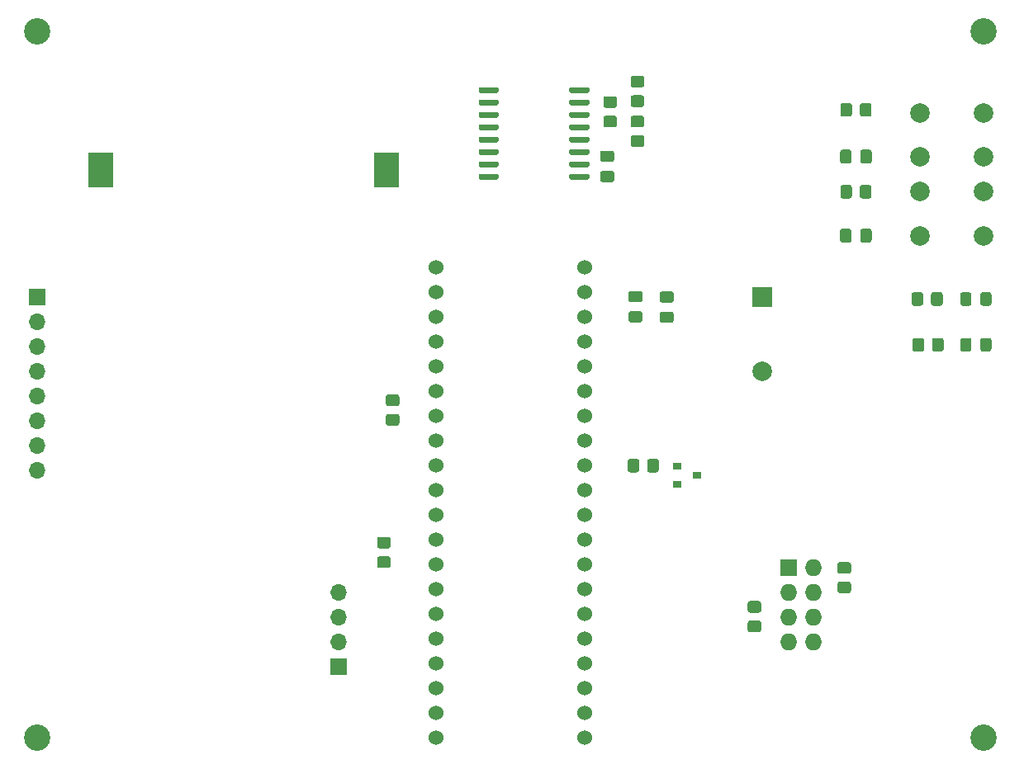
<source format=gbr>
%TF.GenerationSoftware,KiCad,Pcbnew,5.1.8*%
%TF.CreationDate,2020-12-14T21:05:08+01:00*%
%TF.ProjectId,breathe,62726561-7468-4652-9e6b-696361645f70,rev?*%
%TF.SameCoordinates,Original*%
%TF.FileFunction,Soldermask,Bot*%
%TF.FilePolarity,Negative*%
%FSLAX46Y46*%
G04 Gerber Fmt 4.6, Leading zero omitted, Abs format (unit mm)*
G04 Created by KiCad (PCBNEW 5.1.8) date 2020-12-14 21:05:08*
%MOMM*%
%LPD*%
G01*
G04 APERTURE LIST*
%ADD10O,1.727200X1.727200*%
%ADD11R,1.727200X1.727200*%
%ADD12C,2.000000*%
%ADD13R,0.900000X0.800000*%
%ADD14R,2.000000X2.000000*%
%ADD15C,1.524000*%
%ADD16O,1.700000X1.700000*%
%ADD17R,1.700000X1.700000*%
%ADD18R,2.600000X3.600000*%
%ADD19C,2.700000*%
G04 APERTURE END LIST*
D10*
%TO.C,U3*%
X158540000Y-141720000D03*
X156000000Y-141720000D03*
X158540000Y-139180000D03*
X156000000Y-139180000D03*
X158540000Y-136640000D03*
X156000000Y-136640000D03*
X158540000Y-134100000D03*
D11*
X156000000Y-134100000D03*
%TD*%
D12*
%TO.C,SW2*%
X176000000Y-91900000D03*
X176000000Y-87400000D03*
X169500000Y-91900000D03*
X169500000Y-87400000D03*
%TD*%
%TO.C,SW1*%
X176000000Y-100000000D03*
X176000000Y-95500000D03*
X169500000Y-100000000D03*
X169500000Y-95500000D03*
%TD*%
%TO.C,R12*%
G36*
G01*
X162500000Y-86649999D02*
X162500000Y-87550001D01*
G75*
G02*
X162250001Y-87800000I-249999J0D01*
G01*
X161549999Y-87800000D01*
G75*
G02*
X161300000Y-87550001I0J249999D01*
G01*
X161300000Y-86649999D01*
G75*
G02*
X161549999Y-86400000I249999J0D01*
G01*
X162250001Y-86400000D01*
G75*
G02*
X162500000Y-86649999I0J-249999D01*
G01*
G37*
G36*
G01*
X164500000Y-86649999D02*
X164500000Y-87550001D01*
G75*
G02*
X164250001Y-87800000I-249999J0D01*
G01*
X163549999Y-87800000D01*
G75*
G02*
X163300000Y-87550001I0J249999D01*
G01*
X163300000Y-86649999D01*
G75*
G02*
X163549999Y-86400000I249999J0D01*
G01*
X164250001Y-86400000D01*
G75*
G02*
X164500000Y-86649999I0J-249999D01*
G01*
G37*
%TD*%
%TO.C,R11*%
G36*
G01*
X162500000Y-95049999D02*
X162500000Y-95950001D01*
G75*
G02*
X162250001Y-96200000I-249999J0D01*
G01*
X161549999Y-96200000D01*
G75*
G02*
X161300000Y-95950001I0J249999D01*
G01*
X161300000Y-95049999D01*
G75*
G02*
X161549999Y-94800000I249999J0D01*
G01*
X162250001Y-94800000D01*
G75*
G02*
X162500000Y-95049999I0J-249999D01*
G01*
G37*
G36*
G01*
X164500000Y-95049999D02*
X164500000Y-95950001D01*
G75*
G02*
X164250001Y-96200000I-249999J0D01*
G01*
X163549999Y-96200000D01*
G75*
G02*
X163300000Y-95950001I0J249999D01*
G01*
X163300000Y-95049999D01*
G75*
G02*
X163549999Y-94800000I249999J0D01*
G01*
X164250001Y-94800000D01*
G75*
G02*
X164500000Y-95049999I0J-249999D01*
G01*
G37*
%TD*%
%TO.C,R10*%
G36*
G01*
X141500000Y-124050001D02*
X141500000Y-123149999D01*
G75*
G02*
X141749999Y-122900000I249999J0D01*
G01*
X142450001Y-122900000D01*
G75*
G02*
X142700000Y-123149999I0J-249999D01*
G01*
X142700000Y-124050001D01*
G75*
G02*
X142450001Y-124300000I-249999J0D01*
G01*
X141749999Y-124300000D01*
G75*
G02*
X141500000Y-124050001I0J249999D01*
G01*
G37*
G36*
G01*
X139500000Y-124050001D02*
X139500000Y-123149999D01*
G75*
G02*
X139749999Y-122900000I249999J0D01*
G01*
X140450001Y-122900000D01*
G75*
G02*
X140700000Y-123149999I0J-249999D01*
G01*
X140700000Y-124050001D01*
G75*
G02*
X140450001Y-124300000I-249999J0D01*
G01*
X139749999Y-124300000D01*
G75*
G02*
X139500000Y-124050001I0J249999D01*
G01*
G37*
%TD*%
%TO.C,R9*%
G36*
G01*
X162150001Y-134700000D02*
X161249999Y-134700000D01*
G75*
G02*
X161000000Y-134450001I0J249999D01*
G01*
X161000000Y-133749999D01*
G75*
G02*
X161249999Y-133500000I249999J0D01*
G01*
X162150001Y-133500000D01*
G75*
G02*
X162400000Y-133749999I0J-249999D01*
G01*
X162400000Y-134450001D01*
G75*
G02*
X162150001Y-134700000I-249999J0D01*
G01*
G37*
G36*
G01*
X162150001Y-136700000D02*
X161249999Y-136700000D01*
G75*
G02*
X161000000Y-136450001I0J249999D01*
G01*
X161000000Y-135749999D01*
G75*
G02*
X161249999Y-135500000I249999J0D01*
G01*
X162150001Y-135500000D01*
G75*
G02*
X162400000Y-135749999I0J-249999D01*
G01*
X162400000Y-136450001D01*
G75*
G02*
X162150001Y-136700000I-249999J0D01*
G01*
G37*
%TD*%
%TO.C,R8*%
G36*
G01*
X152950001Y-138700000D02*
X152049999Y-138700000D01*
G75*
G02*
X151800000Y-138450001I0J249999D01*
G01*
X151800000Y-137749999D01*
G75*
G02*
X152049999Y-137500000I249999J0D01*
G01*
X152950001Y-137500000D01*
G75*
G02*
X153200000Y-137749999I0J-249999D01*
G01*
X153200000Y-138450001D01*
G75*
G02*
X152950001Y-138700000I-249999J0D01*
G01*
G37*
G36*
G01*
X152950001Y-140700000D02*
X152049999Y-140700000D01*
G75*
G02*
X151800000Y-140450001I0J249999D01*
G01*
X151800000Y-139749999D01*
G75*
G02*
X152049999Y-139500000I249999J0D01*
G01*
X152950001Y-139500000D01*
G75*
G02*
X153200000Y-139749999I0J-249999D01*
G01*
X153200000Y-140450001D01*
G75*
G02*
X152950001Y-140700000I-249999J0D01*
G01*
G37*
%TD*%
D13*
%TO.C,Q1*%
X146600000Y-124600000D03*
X144600000Y-123650000D03*
X144600000Y-125550000D03*
%TD*%
%TO.C,C5*%
G36*
G01*
X162450000Y-91425000D02*
X162450000Y-92375000D01*
G75*
G02*
X162200000Y-92625000I-250000J0D01*
G01*
X161525000Y-92625000D01*
G75*
G02*
X161275000Y-92375000I0J250000D01*
G01*
X161275000Y-91425000D01*
G75*
G02*
X161525000Y-91175000I250000J0D01*
G01*
X162200000Y-91175000D01*
G75*
G02*
X162450000Y-91425000I0J-250000D01*
G01*
G37*
G36*
G01*
X164525000Y-91425000D02*
X164525000Y-92375000D01*
G75*
G02*
X164275000Y-92625000I-250000J0D01*
G01*
X163600000Y-92625000D01*
G75*
G02*
X163350000Y-92375000I0J250000D01*
G01*
X163350000Y-91425000D01*
G75*
G02*
X163600000Y-91175000I250000J0D01*
G01*
X164275000Y-91175000D01*
G75*
G02*
X164525000Y-91425000I0J-250000D01*
G01*
G37*
%TD*%
%TO.C,C4*%
G36*
G01*
X162450000Y-99525000D02*
X162450000Y-100475000D01*
G75*
G02*
X162200000Y-100725000I-250000J0D01*
G01*
X161525000Y-100725000D01*
G75*
G02*
X161275000Y-100475000I0J250000D01*
G01*
X161275000Y-99525000D01*
G75*
G02*
X161525000Y-99275000I250000J0D01*
G01*
X162200000Y-99275000D01*
G75*
G02*
X162450000Y-99525000I0J-250000D01*
G01*
G37*
G36*
G01*
X164525000Y-99525000D02*
X164525000Y-100475000D01*
G75*
G02*
X164275000Y-100725000I-250000J0D01*
G01*
X163600000Y-100725000D01*
G75*
G02*
X163350000Y-100475000I0J250000D01*
G01*
X163350000Y-99525000D01*
G75*
G02*
X163600000Y-99275000I250000J0D01*
G01*
X164275000Y-99275000D01*
G75*
G02*
X164525000Y-99525000I0J-250000D01*
G01*
G37*
%TD*%
D12*
%TO.C,BZ1*%
X153300000Y-113900000D03*
D14*
X153300000Y-106300000D03*
%TD*%
D15*
%TO.C,U2*%
X135120000Y-151520000D03*
X135120000Y-148980000D03*
X135120000Y-146440000D03*
X135120000Y-143900000D03*
X135120000Y-141360000D03*
X135120000Y-138820000D03*
X135120000Y-136280000D03*
X135120000Y-133740000D03*
X135120000Y-131200000D03*
X135120000Y-128660000D03*
X135120000Y-126120000D03*
X135120000Y-123580000D03*
X135120000Y-121040000D03*
X135120000Y-118500000D03*
X135120000Y-115960000D03*
X135120000Y-113420000D03*
X135120000Y-110880000D03*
X135120000Y-108340000D03*
X135120000Y-105800000D03*
X135120000Y-103260000D03*
X119880000Y-151520000D03*
X119880000Y-148980000D03*
X119880000Y-146440000D03*
X119880000Y-143900000D03*
X119880000Y-141360000D03*
X119880000Y-138820000D03*
X119880000Y-136280000D03*
X119880000Y-133740000D03*
X119880000Y-131200000D03*
X119880000Y-128660000D03*
X119880000Y-126120000D03*
X119880000Y-123580000D03*
X119880000Y-121040000D03*
X119880000Y-118500000D03*
X119880000Y-115960000D03*
X119880000Y-113420000D03*
X119880000Y-110880000D03*
X119880000Y-108340000D03*
X119880000Y-105800000D03*
X119880000Y-103260000D03*
%TD*%
%TO.C,U1*%
G36*
G01*
X126275000Y-84905000D02*
X126275000Y-85205000D01*
G75*
G02*
X126125000Y-85355000I-150000J0D01*
G01*
X124375000Y-85355000D01*
G75*
G02*
X124225000Y-85205000I0J150000D01*
G01*
X124225000Y-84905000D01*
G75*
G02*
X124375000Y-84755000I150000J0D01*
G01*
X126125000Y-84755000D01*
G75*
G02*
X126275000Y-84905000I0J-150000D01*
G01*
G37*
G36*
G01*
X126275000Y-86175000D02*
X126275000Y-86475000D01*
G75*
G02*
X126125000Y-86625000I-150000J0D01*
G01*
X124375000Y-86625000D01*
G75*
G02*
X124225000Y-86475000I0J150000D01*
G01*
X124225000Y-86175000D01*
G75*
G02*
X124375000Y-86025000I150000J0D01*
G01*
X126125000Y-86025000D01*
G75*
G02*
X126275000Y-86175000I0J-150000D01*
G01*
G37*
G36*
G01*
X126275000Y-87445000D02*
X126275000Y-87745000D01*
G75*
G02*
X126125000Y-87895000I-150000J0D01*
G01*
X124375000Y-87895000D01*
G75*
G02*
X124225000Y-87745000I0J150000D01*
G01*
X124225000Y-87445000D01*
G75*
G02*
X124375000Y-87295000I150000J0D01*
G01*
X126125000Y-87295000D01*
G75*
G02*
X126275000Y-87445000I0J-150000D01*
G01*
G37*
G36*
G01*
X126275000Y-88715000D02*
X126275000Y-89015000D01*
G75*
G02*
X126125000Y-89165000I-150000J0D01*
G01*
X124375000Y-89165000D01*
G75*
G02*
X124225000Y-89015000I0J150000D01*
G01*
X124225000Y-88715000D01*
G75*
G02*
X124375000Y-88565000I150000J0D01*
G01*
X126125000Y-88565000D01*
G75*
G02*
X126275000Y-88715000I0J-150000D01*
G01*
G37*
G36*
G01*
X126275000Y-89985000D02*
X126275000Y-90285000D01*
G75*
G02*
X126125000Y-90435000I-150000J0D01*
G01*
X124375000Y-90435000D01*
G75*
G02*
X124225000Y-90285000I0J150000D01*
G01*
X124225000Y-89985000D01*
G75*
G02*
X124375000Y-89835000I150000J0D01*
G01*
X126125000Y-89835000D01*
G75*
G02*
X126275000Y-89985000I0J-150000D01*
G01*
G37*
G36*
G01*
X126275000Y-91255000D02*
X126275000Y-91555000D01*
G75*
G02*
X126125000Y-91705000I-150000J0D01*
G01*
X124375000Y-91705000D01*
G75*
G02*
X124225000Y-91555000I0J150000D01*
G01*
X124225000Y-91255000D01*
G75*
G02*
X124375000Y-91105000I150000J0D01*
G01*
X126125000Y-91105000D01*
G75*
G02*
X126275000Y-91255000I0J-150000D01*
G01*
G37*
G36*
G01*
X126275000Y-92525000D02*
X126275000Y-92825000D01*
G75*
G02*
X126125000Y-92975000I-150000J0D01*
G01*
X124375000Y-92975000D01*
G75*
G02*
X124225000Y-92825000I0J150000D01*
G01*
X124225000Y-92525000D01*
G75*
G02*
X124375000Y-92375000I150000J0D01*
G01*
X126125000Y-92375000D01*
G75*
G02*
X126275000Y-92525000I0J-150000D01*
G01*
G37*
G36*
G01*
X126275000Y-93795000D02*
X126275000Y-94095000D01*
G75*
G02*
X126125000Y-94245000I-150000J0D01*
G01*
X124375000Y-94245000D01*
G75*
G02*
X124225000Y-94095000I0J150000D01*
G01*
X124225000Y-93795000D01*
G75*
G02*
X124375000Y-93645000I150000J0D01*
G01*
X126125000Y-93645000D01*
G75*
G02*
X126275000Y-93795000I0J-150000D01*
G01*
G37*
G36*
G01*
X135575000Y-93795000D02*
X135575000Y-94095000D01*
G75*
G02*
X135425000Y-94245000I-150000J0D01*
G01*
X133675000Y-94245000D01*
G75*
G02*
X133525000Y-94095000I0J150000D01*
G01*
X133525000Y-93795000D01*
G75*
G02*
X133675000Y-93645000I150000J0D01*
G01*
X135425000Y-93645000D01*
G75*
G02*
X135575000Y-93795000I0J-150000D01*
G01*
G37*
G36*
G01*
X135575000Y-92525000D02*
X135575000Y-92825000D01*
G75*
G02*
X135425000Y-92975000I-150000J0D01*
G01*
X133675000Y-92975000D01*
G75*
G02*
X133525000Y-92825000I0J150000D01*
G01*
X133525000Y-92525000D01*
G75*
G02*
X133675000Y-92375000I150000J0D01*
G01*
X135425000Y-92375000D01*
G75*
G02*
X135575000Y-92525000I0J-150000D01*
G01*
G37*
G36*
G01*
X135575000Y-91255000D02*
X135575000Y-91555000D01*
G75*
G02*
X135425000Y-91705000I-150000J0D01*
G01*
X133675000Y-91705000D01*
G75*
G02*
X133525000Y-91555000I0J150000D01*
G01*
X133525000Y-91255000D01*
G75*
G02*
X133675000Y-91105000I150000J0D01*
G01*
X135425000Y-91105000D01*
G75*
G02*
X135575000Y-91255000I0J-150000D01*
G01*
G37*
G36*
G01*
X135575000Y-89985000D02*
X135575000Y-90285000D01*
G75*
G02*
X135425000Y-90435000I-150000J0D01*
G01*
X133675000Y-90435000D01*
G75*
G02*
X133525000Y-90285000I0J150000D01*
G01*
X133525000Y-89985000D01*
G75*
G02*
X133675000Y-89835000I150000J0D01*
G01*
X135425000Y-89835000D01*
G75*
G02*
X135575000Y-89985000I0J-150000D01*
G01*
G37*
G36*
G01*
X135575000Y-88715000D02*
X135575000Y-89015000D01*
G75*
G02*
X135425000Y-89165000I-150000J0D01*
G01*
X133675000Y-89165000D01*
G75*
G02*
X133525000Y-89015000I0J150000D01*
G01*
X133525000Y-88715000D01*
G75*
G02*
X133675000Y-88565000I150000J0D01*
G01*
X135425000Y-88565000D01*
G75*
G02*
X135575000Y-88715000I0J-150000D01*
G01*
G37*
G36*
G01*
X135575000Y-87445000D02*
X135575000Y-87745000D01*
G75*
G02*
X135425000Y-87895000I-150000J0D01*
G01*
X133675000Y-87895000D01*
G75*
G02*
X133525000Y-87745000I0J150000D01*
G01*
X133525000Y-87445000D01*
G75*
G02*
X133675000Y-87295000I150000J0D01*
G01*
X135425000Y-87295000D01*
G75*
G02*
X135575000Y-87445000I0J-150000D01*
G01*
G37*
G36*
G01*
X135575000Y-86175000D02*
X135575000Y-86475000D01*
G75*
G02*
X135425000Y-86625000I-150000J0D01*
G01*
X133675000Y-86625000D01*
G75*
G02*
X133525000Y-86475000I0J150000D01*
G01*
X133525000Y-86175000D01*
G75*
G02*
X133675000Y-86025000I150000J0D01*
G01*
X135425000Y-86025000D01*
G75*
G02*
X135575000Y-86175000I0J-150000D01*
G01*
G37*
G36*
G01*
X135575000Y-84905000D02*
X135575000Y-85205000D01*
G75*
G02*
X135425000Y-85355000I-150000J0D01*
G01*
X133675000Y-85355000D01*
G75*
G02*
X133525000Y-85205000I0J150000D01*
G01*
X133525000Y-84905000D01*
G75*
G02*
X133675000Y-84755000I150000J0D01*
G01*
X135425000Y-84755000D01*
G75*
G02*
X135575000Y-84905000I0J-150000D01*
G01*
G37*
%TD*%
%TO.C,R7*%
G36*
G01*
X168700000Y-111650001D02*
X168700000Y-110749999D01*
G75*
G02*
X168949999Y-110500000I249999J0D01*
G01*
X169650001Y-110500000D01*
G75*
G02*
X169900000Y-110749999I0J-249999D01*
G01*
X169900000Y-111650001D01*
G75*
G02*
X169650001Y-111900000I-249999J0D01*
G01*
X168949999Y-111900000D01*
G75*
G02*
X168700000Y-111650001I0J249999D01*
G01*
G37*
G36*
G01*
X170700000Y-111650001D02*
X170700000Y-110749999D01*
G75*
G02*
X170949999Y-110500000I249999J0D01*
G01*
X171650001Y-110500000D01*
G75*
G02*
X171900000Y-110749999I0J-249999D01*
G01*
X171900000Y-111650001D01*
G75*
G02*
X171650001Y-111900000I-249999J0D01*
G01*
X170949999Y-111900000D01*
G75*
G02*
X170700000Y-111650001I0J249999D01*
G01*
G37*
%TD*%
%TO.C,R6*%
G36*
G01*
X168600000Y-106950001D02*
X168600000Y-106049999D01*
G75*
G02*
X168849999Y-105800000I249999J0D01*
G01*
X169550001Y-105800000D01*
G75*
G02*
X169800000Y-106049999I0J-249999D01*
G01*
X169800000Y-106950001D01*
G75*
G02*
X169550001Y-107200000I-249999J0D01*
G01*
X168849999Y-107200000D01*
G75*
G02*
X168600000Y-106950001I0J249999D01*
G01*
G37*
G36*
G01*
X170600000Y-106950001D02*
X170600000Y-106049999D01*
G75*
G02*
X170849999Y-105800000I249999J0D01*
G01*
X171550001Y-105800000D01*
G75*
G02*
X171800000Y-106049999I0J-249999D01*
G01*
X171800000Y-106950001D01*
G75*
G02*
X171550001Y-107200000I-249999J0D01*
G01*
X170849999Y-107200000D01*
G75*
G02*
X170600000Y-106950001I0J249999D01*
G01*
G37*
%TD*%
%TO.C,R5*%
G36*
G01*
X137249999Y-87700000D02*
X138150001Y-87700000D01*
G75*
G02*
X138400000Y-87949999I0J-249999D01*
G01*
X138400000Y-88650001D01*
G75*
G02*
X138150001Y-88900000I-249999J0D01*
G01*
X137249999Y-88900000D01*
G75*
G02*
X137000000Y-88650001I0J249999D01*
G01*
X137000000Y-87949999D01*
G75*
G02*
X137249999Y-87700000I249999J0D01*
G01*
G37*
G36*
G01*
X137249999Y-85700000D02*
X138150001Y-85700000D01*
G75*
G02*
X138400000Y-85949999I0J-249999D01*
G01*
X138400000Y-86650001D01*
G75*
G02*
X138150001Y-86900000I-249999J0D01*
G01*
X137249999Y-86900000D01*
G75*
G02*
X137000000Y-86650001I0J249999D01*
G01*
X137000000Y-85949999D01*
G75*
G02*
X137249999Y-85700000I249999J0D01*
G01*
G37*
%TD*%
%TO.C,R4*%
G36*
G01*
X140950001Y-84800000D02*
X140049999Y-84800000D01*
G75*
G02*
X139800000Y-84550001I0J249999D01*
G01*
X139800000Y-83849999D01*
G75*
G02*
X140049999Y-83600000I249999J0D01*
G01*
X140950001Y-83600000D01*
G75*
G02*
X141200000Y-83849999I0J-249999D01*
G01*
X141200000Y-84550001D01*
G75*
G02*
X140950001Y-84800000I-249999J0D01*
G01*
G37*
G36*
G01*
X140950001Y-86800000D02*
X140049999Y-86800000D01*
G75*
G02*
X139800000Y-86550001I0J249999D01*
G01*
X139800000Y-85849999D01*
G75*
G02*
X140049999Y-85600000I249999J0D01*
G01*
X140950001Y-85600000D01*
G75*
G02*
X141200000Y-85849999I0J-249999D01*
G01*
X141200000Y-86550001D01*
G75*
G02*
X140950001Y-86800000I-249999J0D01*
G01*
G37*
%TD*%
%TO.C,R3*%
G36*
G01*
X140049999Y-89700000D02*
X140950001Y-89700000D01*
G75*
G02*
X141200000Y-89949999I0J-249999D01*
G01*
X141200000Y-90650001D01*
G75*
G02*
X140950001Y-90900000I-249999J0D01*
G01*
X140049999Y-90900000D01*
G75*
G02*
X139800000Y-90650001I0J249999D01*
G01*
X139800000Y-89949999D01*
G75*
G02*
X140049999Y-89700000I249999J0D01*
G01*
G37*
G36*
G01*
X140049999Y-87700000D02*
X140950001Y-87700000D01*
G75*
G02*
X141200000Y-87949999I0J-249999D01*
G01*
X141200000Y-88650001D01*
G75*
G02*
X140950001Y-88900000I-249999J0D01*
G01*
X140049999Y-88900000D01*
G75*
G02*
X139800000Y-88650001I0J249999D01*
G01*
X139800000Y-87949999D01*
G75*
G02*
X140049999Y-87700000I249999J0D01*
G01*
G37*
%TD*%
%TO.C,R2*%
G36*
G01*
X114950001Y-132100000D02*
X114049999Y-132100000D01*
G75*
G02*
X113800000Y-131850001I0J249999D01*
G01*
X113800000Y-131149999D01*
G75*
G02*
X114049999Y-130900000I249999J0D01*
G01*
X114950001Y-130900000D01*
G75*
G02*
X115200000Y-131149999I0J-249999D01*
G01*
X115200000Y-131850001D01*
G75*
G02*
X114950001Y-132100000I-249999J0D01*
G01*
G37*
G36*
G01*
X114950001Y-134100000D02*
X114049999Y-134100000D01*
G75*
G02*
X113800000Y-133850001I0J249999D01*
G01*
X113800000Y-133149999D01*
G75*
G02*
X114049999Y-132900000I249999J0D01*
G01*
X114950001Y-132900000D01*
G75*
G02*
X115200000Y-133149999I0J-249999D01*
G01*
X115200000Y-133850001D01*
G75*
G02*
X114950001Y-134100000I-249999J0D01*
G01*
G37*
%TD*%
%TO.C,R1*%
G36*
G01*
X115850001Y-117500000D02*
X114949999Y-117500000D01*
G75*
G02*
X114700000Y-117250001I0J249999D01*
G01*
X114700000Y-116549999D01*
G75*
G02*
X114949999Y-116300000I249999J0D01*
G01*
X115850001Y-116300000D01*
G75*
G02*
X116100000Y-116549999I0J-249999D01*
G01*
X116100000Y-117250001D01*
G75*
G02*
X115850001Y-117500000I-249999J0D01*
G01*
G37*
G36*
G01*
X115850001Y-119500000D02*
X114949999Y-119500000D01*
G75*
G02*
X114700000Y-119250001I0J249999D01*
G01*
X114700000Y-118549999D01*
G75*
G02*
X114949999Y-118300000I249999J0D01*
G01*
X115850001Y-118300000D01*
G75*
G02*
X116100000Y-118549999I0J-249999D01*
G01*
X116100000Y-119250001D01*
G75*
G02*
X115850001Y-119500000I-249999J0D01*
G01*
G37*
%TD*%
D16*
%TO.C,J2*%
X109900000Y-136580000D03*
X109900000Y-139120000D03*
X109900000Y-141660000D03*
D17*
X109900000Y-144200000D03*
%TD*%
%TO.C,D2*%
G36*
G01*
X174750000Y-110749999D02*
X174750000Y-111650001D01*
G75*
G02*
X174500001Y-111900000I-249999J0D01*
G01*
X173849999Y-111900000D01*
G75*
G02*
X173600000Y-111650001I0J249999D01*
G01*
X173600000Y-110749999D01*
G75*
G02*
X173849999Y-110500000I249999J0D01*
G01*
X174500001Y-110500000D01*
G75*
G02*
X174750000Y-110749999I0J-249999D01*
G01*
G37*
G36*
G01*
X176800000Y-110749999D02*
X176800000Y-111650001D01*
G75*
G02*
X176550001Y-111900000I-249999J0D01*
G01*
X175899999Y-111900000D01*
G75*
G02*
X175650000Y-111650001I0J249999D01*
G01*
X175650000Y-110749999D01*
G75*
G02*
X175899999Y-110500000I249999J0D01*
G01*
X176550001Y-110500000D01*
G75*
G02*
X176800000Y-110749999I0J-249999D01*
G01*
G37*
%TD*%
%TO.C,D1*%
G36*
G01*
X176800000Y-106049999D02*
X176800000Y-106950001D01*
G75*
G02*
X176550001Y-107200000I-249999J0D01*
G01*
X175899999Y-107200000D01*
G75*
G02*
X175650000Y-106950001I0J249999D01*
G01*
X175650000Y-106049999D01*
G75*
G02*
X175899999Y-105800000I249999J0D01*
G01*
X176550001Y-105800000D01*
G75*
G02*
X176800000Y-106049999I0J-249999D01*
G01*
G37*
G36*
G01*
X174750000Y-106049999D02*
X174750000Y-106950001D01*
G75*
G02*
X174500001Y-107200000I-249999J0D01*
G01*
X173849999Y-107200000D01*
G75*
G02*
X173600000Y-106950001I0J249999D01*
G01*
X173600000Y-106049999D01*
G75*
G02*
X173849999Y-105800000I249999J0D01*
G01*
X174500001Y-105800000D01*
G75*
G02*
X174750000Y-106049999I0J-249999D01*
G01*
G37*
%TD*%
%TO.C,C3*%
G36*
G01*
X140775000Y-106850000D02*
X139825000Y-106850000D01*
G75*
G02*
X139575000Y-106600000I0J250000D01*
G01*
X139575000Y-105925000D01*
G75*
G02*
X139825000Y-105675000I250000J0D01*
G01*
X140775000Y-105675000D01*
G75*
G02*
X141025000Y-105925000I0J-250000D01*
G01*
X141025000Y-106600000D01*
G75*
G02*
X140775000Y-106850000I-250000J0D01*
G01*
G37*
G36*
G01*
X140775000Y-108925000D02*
X139825000Y-108925000D01*
G75*
G02*
X139575000Y-108675000I0J250000D01*
G01*
X139575000Y-108000000D01*
G75*
G02*
X139825000Y-107750000I250000J0D01*
G01*
X140775000Y-107750000D01*
G75*
G02*
X141025000Y-108000000I0J-250000D01*
G01*
X141025000Y-108675000D01*
G75*
G02*
X140775000Y-108925000I-250000J0D01*
G01*
G37*
%TD*%
%TO.C,C2*%
G36*
G01*
X143975000Y-106887500D02*
X143025000Y-106887500D01*
G75*
G02*
X142775000Y-106637500I0J250000D01*
G01*
X142775000Y-105962500D01*
G75*
G02*
X143025000Y-105712500I250000J0D01*
G01*
X143975000Y-105712500D01*
G75*
G02*
X144225000Y-105962500I0J-250000D01*
G01*
X144225000Y-106637500D01*
G75*
G02*
X143975000Y-106887500I-250000J0D01*
G01*
G37*
G36*
G01*
X143975000Y-108962500D02*
X143025000Y-108962500D01*
G75*
G02*
X142775000Y-108712500I0J250000D01*
G01*
X142775000Y-108037500D01*
G75*
G02*
X143025000Y-107787500I250000J0D01*
G01*
X143975000Y-107787500D01*
G75*
G02*
X144225000Y-108037500I0J-250000D01*
G01*
X144225000Y-108712500D01*
G75*
G02*
X143975000Y-108962500I-250000J0D01*
G01*
G37*
%TD*%
%TO.C,C1*%
G36*
G01*
X136925000Y-93350000D02*
X137875000Y-93350000D01*
G75*
G02*
X138125000Y-93600000I0J-250000D01*
G01*
X138125000Y-94275000D01*
G75*
G02*
X137875000Y-94525000I-250000J0D01*
G01*
X136925000Y-94525000D01*
G75*
G02*
X136675000Y-94275000I0J250000D01*
G01*
X136675000Y-93600000D01*
G75*
G02*
X136925000Y-93350000I250000J0D01*
G01*
G37*
G36*
G01*
X136925000Y-91275000D02*
X137875000Y-91275000D01*
G75*
G02*
X138125000Y-91525000I0J-250000D01*
G01*
X138125000Y-92200000D01*
G75*
G02*
X137875000Y-92450000I-250000J0D01*
G01*
X136925000Y-92450000D01*
G75*
G02*
X136675000Y-92200000I0J250000D01*
G01*
X136675000Y-91525000D01*
G75*
G02*
X136925000Y-91275000I250000J0D01*
G01*
G37*
%TD*%
D18*
%TO.C,BT1*%
X114750000Y-93300000D03*
X85450000Y-93300000D03*
%TD*%
D19*
%TO.C,H4*%
X79000000Y-151500000D03*
%TD*%
%TO.C,H3*%
X176000000Y-79000000D03*
%TD*%
%TO.C,H2*%
X176000000Y-151500000D03*
%TD*%
%TO.C,H1*%
X79000000Y-79000000D03*
%TD*%
D16*
%TO.C,J1*%
X79000000Y-124080000D03*
X79000000Y-121540000D03*
X79000000Y-119000000D03*
X79000000Y-116460000D03*
X79000000Y-113920000D03*
X79000000Y-111380000D03*
X79000000Y-108840000D03*
D17*
X79000000Y-106300000D03*
%TD*%
M02*

</source>
